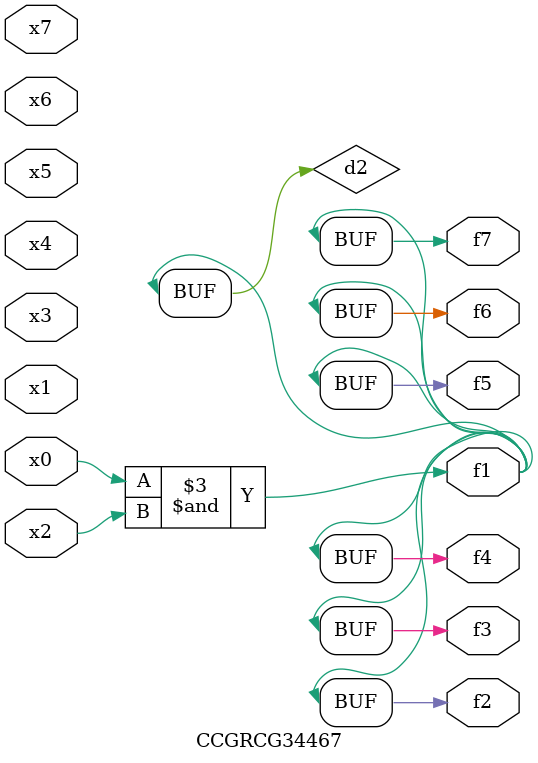
<source format=v>
module CCGRCG34467(
	input x0, x1, x2, x3, x4, x5, x6, x7,
	output f1, f2, f3, f4, f5, f6, f7
);

	wire d1, d2;

	nor (d1, x3, x6);
	and (d2, x0, x2);
	assign f1 = d2;
	assign f2 = d2;
	assign f3 = d2;
	assign f4 = d2;
	assign f5 = d2;
	assign f6 = d2;
	assign f7 = d2;
endmodule

</source>
